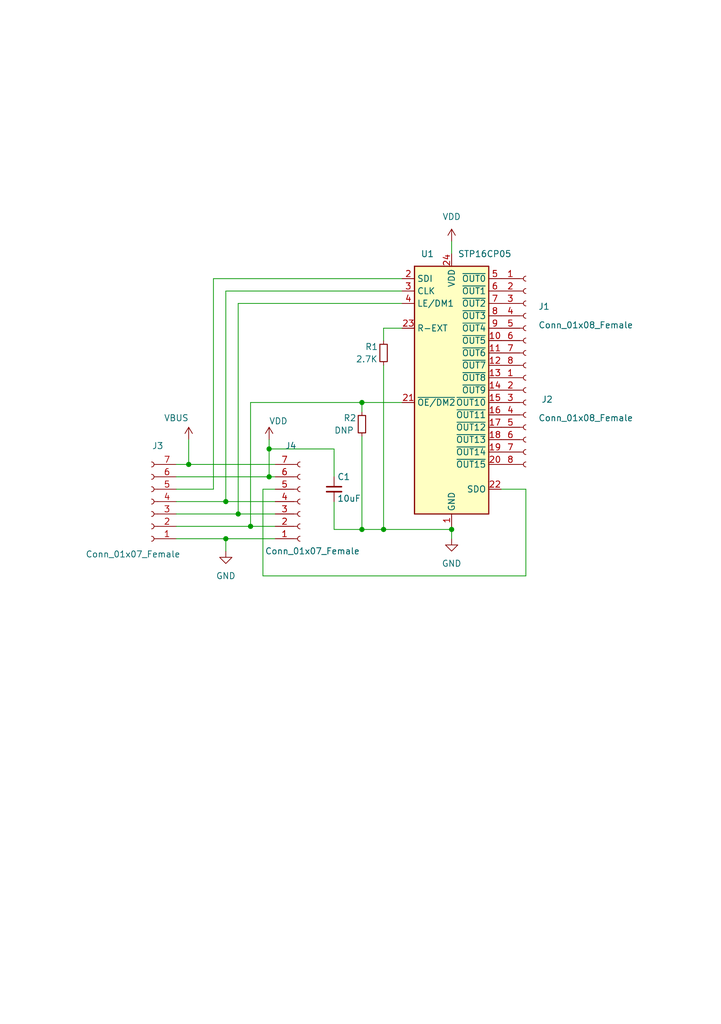
<source format=kicad_sch>
(kicad_sch (version 20231120) (generator "eeschema") (generator_version "8.0")
  (paper "A5" portrait)
  (title_block (title "LED Driver Board"))
  (lib_symbols
    (symbol "Connector:Conn_01x07_Female" (pin_names (offset 1.016) hide)
      (property "Reference" "J" (at 0 10.16 0))
      (property "Value" "Conn_01x07_Female" (at 0 -10.16 0))
      (symbol "Conn_01x07_Female_1_1"
        (arc (start 0 -7.112) (mid -0.5058 -7.62) (end 0 -8.128) (stroke (width 0.1524)))
        (arc (start 0 -4.572) (mid -0.5058 -5.08) (end 0 -5.588) (stroke (width 0.1524)))
        (arc (start 0 -2.032) (mid -0.5058 -2.54) (end 0 -3.048) (stroke (width 0.1524)))
        (polyline (pts (xy -1.27 -7.62) (xy -0.508 -7.62)) (stroke (width 0.1524)))
        (polyline (pts (xy -1.27 -5.08) (xy -0.508 -5.08)) (stroke (width 0.1524)))
        (polyline (pts (xy -1.27 -2.54) (xy -0.508 -2.54)) (stroke (width 0.1524)))
        (polyline (pts (xy -1.27 0) (xy -0.508 0)) (stroke (width 0.1524)))
        (polyline (pts (xy -1.27 2.54) (xy -0.508 2.54)) (stroke (width 0.1524)))
        (polyline (pts (xy -1.27 5.08) (xy -0.508 5.08)) (stroke (width 0.1524)))
        (polyline (pts (xy -1.27 7.62) (xy -0.508 7.62)) (stroke (width 0.1524)))
        (arc (start 0 0.508) (mid -0.5058 0) (end 0 -0.508) (stroke (width 0.1524)))
        (arc (start 0 3.048) (mid -0.5058 2.54) (end 0 2.032) (stroke (width 0.1524)))
        (arc (start 0 5.588) (mid -0.5058 5.08) (end 0 4.572) (stroke (width 0.1524)))
        (arc (start 0 8.128) (mid -0.5058 7.62) (end 0 7.112) (stroke (width 0.1524)))
        (pin passive line (at -5.08 7.62 0) (length 3.81) (name "Pin_1") (number "1"))
        (pin passive line (at -5.08 5.08 0) (length 3.81) (name "Pin_2") (number "2"))
        (pin passive line (at -5.08 2.54 0) (length 3.81) (name "Pin_3") (number "3"))
        (pin passive line (at -5.08 0 0) (length 3.81) (name "Pin_4") (number "4"))
        (pin passive line (at -5.08 -2.54 0) (length 3.81) (name "Pin_5") (number "5"))
        (pin passive line (at -5.08 -5.08 0) (length 3.81) (name "Pin_6") (number "6"))
        (pin passive line (at -5.08 -7.62 0) (length 3.81) (name "Pin_7") (number "7"))
      )
    )
    (symbol "Connector:Conn_01x08_Female" (pin_names (offset 1.016) hide)
      (property "Reference" "J" (at 0 10.16 0))
      (property "Value" "Conn_01x08_Female" (at 0 -12.7 0))
      (symbol "Conn_01x08_Female_1_1"
        (arc (start 0 -9.652) (mid -0.5058 -10.16) (end 0 -10.668) (stroke (width 0.1524)))
        (arc (start 0 -7.112) (mid -0.5058 -7.62) (end 0 -8.128) (stroke (width 0.1524)))
        (arc (start 0 -4.572) (mid -0.5058 -5.08) (end 0 -5.588) (stroke (width 0.1524)))
        (arc (start 0 -2.032) (mid -0.5058 -2.54) (end 0 -3.048) (stroke (width 0.1524)))
        (polyline (pts (xy -1.27 -10.16) (xy -0.508 -10.16)) (stroke (width 0.1524)))
        (polyline (pts (xy -1.27 -7.62) (xy -0.508 -7.62)) (stroke (width 0.1524)))
        (polyline (pts (xy -1.27 -5.08) (xy -0.508 -5.08)) (stroke (width 0.1524)))
        (polyline (pts (xy -1.27 -2.54) (xy -0.508 -2.54)) (stroke (width 0.1524)))
        (polyline (pts (xy -1.27 0) (xy -0.508 0)) (stroke (width 0.1524)))
        (polyline (pts (xy -1.27 2.54) (xy -0.508 2.54)) (stroke (width 0.1524)))
        (polyline (pts (xy -1.27 5.08) (xy -0.508 5.08)) (stroke (width 0.1524)))
        (polyline (pts (xy -1.27 7.62) (xy -0.508 7.62)) (stroke (width 0.1524)))
        (arc (start 0 0.508) (mid -0.5058 0) (end 0 -0.508) (stroke (width 0.1524)))
        (arc (start 0 3.048) (mid -0.5058 2.54) (end 0 2.032) (stroke (width 0.1524)))
        (arc (start 0 5.588) (mid -0.5058 5.08) (end 0 4.572) (stroke (width 0.1524)))
        (arc (start 0 8.128) (mid -0.5058 7.62) (end 0 7.112) (stroke (width 0.1524)))
        (pin passive line (at -5.08 7.62 0) (length 3.81) (name "Pin_1") (number "1"))
        (pin passive line (at -5.08 5.08 0) (length 3.81) (name "Pin_2") (number "2"))
        (pin passive line (at -5.08 2.54 0) (length 3.81) (name "Pin_3") (number "3"))
        (pin passive line (at -5.08 0 0) (length 3.81) (name "Pin_4") (number "4"))
        (pin passive line (at -5.08 -2.54 0) (length 3.81) (name "Pin_5") (number "5"))
        (pin passive line (at -5.08 -5.08 0) (length 3.81) (name "Pin_6") (number "6"))
        (pin passive line (at -5.08 -7.62 0) (length 3.81) (name "Pin_7") (number "7"))
        (pin passive line (at -5.08 -10.16 0) (length 3.81) (name "Pin_8") (number "8"))
      )
    )
    (symbol "Device:C_Small" (pin_numbers hide) (pin_names (offset 0.254) hide)
      (property "Reference" "C" (at 0.254 1.778 0))
      (property "Value" "C_Small" (at 0.254 -2.032 0))
      (symbol "C_Small_0_1"
        (polyline (pts (xy -1.524 -0.508) (xy 1.524 -0.508)) (stroke (width 0.3302)))
        (polyline (pts (xy -1.524 0.508) (xy 1.524 0.508)) (stroke (width 0.3048)))
      )
      (symbol "C_Small_1_1"
        (pin passive line (at 0 2.54 270) (length 2.032) (name "~") (number "1"))
        (pin passive line (at 0 -2.54 90) (length 2.032) (name "~") (number "2"))
      )
    )
    (symbol "Device:R_Small" (pin_numbers hide) (pin_names (offset 0.254) hide)
      (property "Reference" "R" (at 0.762 0.508 0))
      (property "Value" "R_Small" (at 0.762 -1.016 0))
      (symbol "R_Small_0_1"
        (rectangle (start -0.762 1.778) (end 0.762 -1.778) (stroke (width 0.2032)))
      )
      (symbol "R_Small_1_1"
        (pin passive line (at 0 2.54 270) (length 0.762) (name "~") (number "1"))
        (pin passive line (at 0 -2.54 90) (length 0.762) (name "~") (number "2"))
      )
    )
    (symbol "Driver_LED:STP16CP05"
      (property "Reference" "U" (at -7.62 26.67 0))
      (property "Value" "STP16CP05" (at 1.27 26.67 0))
      (symbol "STP16CP05_0_1"
        (rectangle (start -7.62 25.4) (end 7.62 -25.4) (stroke (width 0.254)) (fill (type background)))
      )
      (symbol "STP16CP05_1_1"
        (pin power_in line (at 0 -27.94 90) (length 2.54) (name "GND") (number "1"))
        (pin output line (at 10.16 10.16 180) (length 2.54) (name "~{OUT5}") (number "10"))
        (pin output line (at 10.16 7.62 180) (length 2.54) (name "~{OUT6}") (number "11"))
        (pin output line (at 10.16 5.08 180) (length 2.54) (name "~{OUT7}") (number "12"))
        (pin output line (at 10.16 2.54 180) (length 2.54) (name "~{OUT8}") (number "13"))
        (pin output line (at 10.16 0 180) (length 2.54) (name "~{OUT9}") (number "14"))
        (pin output line (at 10.16 -2.54 180) (length 2.54) (name "~{OUT10}") (number "15"))
        (pin output line (at 10.16 -5.08 180) (length 2.54) (name "~{OUT11}") (number "16"))
        (pin output line (at 10.16 -7.62 180) (length 2.54) (name "~{OUT12}") (number "17"))
        (pin output line (at 10.16 -10.16 180) (length 2.54) (name "~{OUT13}") (number "18"))
        (pin output line (at 10.16 -12.7 180) (length 2.54) (name "~{OUT14}") (number "19"))
        (pin input line (at -10.16 22.86 0) (length 2.54) (name "SDI") (number "2"))
        (pin output line (at 10.16 -15.24 180) (length 2.54) (name "~{OUT15}") (number "20"))
        (pin input line (at -10.16 -2.54 0) (length 2.54) (name "~{OE/DM2}") (number "21"))
        (pin output line (at 10.16 -20.32 180) (length 2.54) (name "SDO") (number "22"))
        (pin passive line (at -10.16 12.7 0) (length 2.54) (name "R-EXT") (number "23"))
        (pin power_in line (at 0 27.94 270) (length 2.54) (name "VDD") (number "24"))
        (pin input line (at -10.16 20.32 0) (length 2.54) (name "CLK") (number "3"))
        (pin input line (at -10.16 17.78 0) (length 2.54) (name "LE/DM1") (number "4"))
        (pin output line (at 10.16 22.86 180) (length 2.54) (name "~{OUT0}") (number "5"))
        (pin output line (at 10.16 20.32 180) (length 2.54) (name "~{OUT1}") (number "6"))
        (pin output line (at 10.16 17.78 180) (length 2.54) (name "~{OUT2}") (number "7"))
        (pin output line (at 10.16 15.24 180) (length 2.54) (name "~{OUT3}") (number "8"))
        (pin output line (at 10.16 12.7 180) (length 2.54) (name "~{OUT4}") (number "9"))
      )
    )
    (symbol "power:GND" (power) (pin_names (offset 0))
      (property "Value" "GND" (at 0 -3.81 0))
      (symbol "GND_0_1"
        (polyline (pts (xy 0 0) (xy 0 -1.27) (xy 1.27 -1.27) (xy 0 -2.54) (xy -1.27 -1.27) (xy 0 -1.27)))
      )
      (symbol "GND_1_1"
        (pin power_in line (at 0 0 270) (length 0) hide (name "GND") (number "1"))
      )
    )
    (symbol "power:VBUS" (power) (pin_names (offset 0))
      (property "Value" "VBUS" (at 0 3.81 0))
      (symbol "VBUS_0_1"
        (polyline (pts (xy -0.762 1.27) (xy 0 2.54)))
        (polyline (pts (xy 0 0) (xy 0 2.54)))
        (polyline (pts (xy 0 2.54) (xy 0.762 1.27)))
      )
      (symbol "VBUS_1_1"
        (pin power_in line (at 0 0 90) (length 0) hide (name "VBUS") (number "1"))
      )
    )
    (symbol "power:VDD" (power) (pin_names (offset 0))
      (property "Value" "VDD" (at 0 3.81 0))
      (symbol "VDD_0_1"
        (polyline (pts (xy -0.762 1.27) (xy 0 2.54)))
        (polyline (pts (xy 0 0) (xy 0 2.54)))
        (polyline (pts (xy 0 2.54) (xy 0.762 1.27)))
      )
      (symbol "VDD_1_1"
        (pin power_in line (at 0 0 90) (length 0) hide (name "VDD") (number "1"))
      )
    )
  )
  (junction (at 51.435 107.95))
  (junction (at 38.735 95.25))
  (junction (at 55.245 97.79))
  (junction (at 92.71 108.585))
  (junction (at 48.895 105.41))
  (junction (at 78.74 108.585))
  (junction (at 55.245 92.075))
  (junction (at 74.295 108.585))
  (junction (at 46.355 102.87))
  (junction (at 46.355 110.49))
  (junction (at 74.295 82.55))
  (wire (pts (xy 78.74 108.585) (xy 92.71 108.585)))
  (wire (pts (xy 43.815 57.15) (xy 43.815 100.33)))
  (wire (pts (xy 82.55 59.69) (xy 46.355 59.69)))
  (wire (pts (xy 107.95 100.33) (xy 102.87 100.33)))
  (wire (pts (xy 56.515 100.33) (xy 53.975 100.33)))
  (wire (pts (xy 92.71 108.585) (xy 92.71 107.95)))
  (wire (pts (xy 36.195 102.87) (xy 46.355 102.87)))
  (wire (pts (xy 55.245 92.075) (xy 55.245 97.79)))
  (wire (pts (xy 46.355 59.69) (xy 46.355 102.87)))
  (wire (pts (xy 78.74 69.85) (xy 78.74 67.31)))
  (wire (pts (xy 68.58 108.585) (xy 74.295 108.585)))
  (wire (pts (xy 92.71 49.53) (xy 92.71 52.07)))
  (wire (pts (xy 78.74 67.31) (xy 82.55 67.31)))
  (wire (pts (xy 36.195 100.33) (xy 43.815 100.33)))
  (wire (pts (xy 36.195 105.41) (xy 48.895 105.41)))
  (wire (pts (xy 68.58 97.79) (xy 68.58 92.075)))
  (wire (pts (xy 55.245 90.17) (xy 55.245 92.075)))
  (wire (pts (xy 51.435 82.55) (xy 51.435 107.95)))
  (wire (pts (xy 92.71 110.49) (xy 92.71 108.585)))
  (wire (pts (xy 74.295 82.55) (xy 74.295 84.455)))
  (wire (pts (xy 43.815 57.15) (xy 82.55 57.15)))
  (wire (pts (xy 38.735 90.17) (xy 38.735 95.25)))
  (wire (pts (xy 74.295 82.55) (xy 51.435 82.55)))
  (wire (pts (xy 78.74 74.93) (xy 78.74 108.585)))
  (wire (pts (xy 36.195 110.49) (xy 46.355 110.49)))
  (wire (pts (xy 107.95 118.11) (xy 107.95 100.33)))
  (wire (pts (xy 48.895 62.23) (xy 48.895 105.41)))
  (wire (pts (xy 46.355 110.49) (xy 56.515 110.49)))
  (wire (pts (xy 36.195 107.95) (xy 51.435 107.95)))
  (wire (pts (xy 53.975 100.33) (xy 53.975 118.11)))
  (wire (pts (xy 36.195 97.79) (xy 55.245 97.79)))
  (wire (pts (xy 55.245 97.79) (xy 56.515 97.79)))
  (wire (pts (xy 74.295 108.585) (xy 78.74 108.585)))
  (wire (pts (xy 74.295 89.535) (xy 74.295 108.585)))
  (wire (pts (xy 82.55 82.55) (xy 74.295 82.55)))
  (wire (pts (xy 38.735 95.25) (xy 56.515 95.25)))
  (wire (pts (xy 68.58 92.075) (xy 55.245 92.075)))
  (wire (pts (xy 46.355 110.49) (xy 46.355 113.03)))
  (wire (pts (xy 36.195 95.25) (xy 38.735 95.25)))
  (wire (pts (xy 48.895 105.41) (xy 56.515 105.41)))
  (wire (pts (xy 82.55 62.23) (xy 48.895 62.23)))
  (wire (pts (xy 68.58 102.87) (xy 68.58 108.585)))
  (wire (pts (xy 46.355 102.87) (xy 56.515 102.87)))
  (wire (pts (xy 51.435 107.95) (xy 56.515 107.95)))
  (wire (pts (xy 53.975 118.11) (xy 107.95 118.11)))
  (symbol (lib_id "power:VBUS") (at 38.735 90.17 0) (unit 1)
    (property "Reference" "#PWR0104" (effects (hide yes)))
    (property "Value" "VBUS" (at 36.195 85.725 0))
  )
  (symbol (lib_id "Device:R_Small") (at 78.74 72.39 180) (unit 1)
    (property "Reference" "R1" (at 74.93 71.12 0) (effects (justify right)))
    (property "Value" "2.7K" (at 73.025 73.66 0) (effects (justify right)))
    (property "Footprint" "Resistor_SMD:R_0603_1608Metric" (effects (hide yes)))
  )
  (symbol (lib_id "power:GND") (at 92.71 110.49 0) (unit 1)
    (property "Reference" "#PWR0103" (effects (hide yes)))
    (property "Value" "GND" (at 92.71 115.57 0))
  )
  (symbol (lib_id "Driver_LED:STP16CP05") (at 92.71 80.01 0) (unit 1)
    (property "Reference" "U1" (at 86.36 52.07 0) (effects (justify left)))
    (property "Value" "STP16CP05" (at 93.98 52.07 0) (effects (justify left)))
    (property "Footprint" "Package_SO:QSOP-24_3.9x8.7mm_P0.635mm" (effects (hide yes)))
    (property "Datasheet" "https://www.st.com/resource/en/datasheet/stp16cp05.pdf" (effects (hide yes)))
  )
  (symbol (lib_id "Connector:Conn_01x07_Female") (at 61.595 102.87 0) (mirror x) (unit 1)
    (property "Reference" "J4" (at 59.69 91.44 0))
    (property "Value" "Conn_01x07_Female" (at 64.135 113.03 0))
    (property "Footprint" "Connector_PinSocket_2.54mm:PinSocket_1x07_P2.54mm_Vertical" (effects (hide yes)))
  )
  (symbol (lib_id "Connector:Conn_01x07_Female") (at 31.115 102.87 180) (unit 1)
    (property "Reference" "J3" (at 32.385 91.44 0))
    (property "Value" "Conn_01x07_Female" (at 27.305 113.665 0))
    (property "Footprint" "Connector_PinSocket_2.54mm:PinSocket_1x07_P2.54mm_Vertical" (effects (hide yes)))
  )
  (symbol (lib_id "power:VDD") (at 55.245 90.17 0) (unit 1)
    (property "Reference" "#PWR0102" (effects (hide yes)))
    (property "Value" "VDD" (at 57.15 86.36 0))
  )
  (symbol (lib_id "Device:C_Small") (at 68.58 100.33 0) (unit 1)
    (property "Reference" "C1" (at 69.215 97.79 0) (effects (justify left)))
    (property "Value" "10uF" (at 69.215 102.235 0) (effects (justify left)))
    (property "Footprint" "Capacitor_SMD:C_0603_1608Metric" (effects (hide yes)))
  )
  (symbol (lib_id "Connector:Conn_01x08_Female") (at 107.95 64.77 0) (unit 1)
    (property "Reference" "J1" (at 110.49 62.865 0) (effects (justify left)))
    (property "Value" "Conn_01x08_Female" (at 110.49 66.675 0) (effects (justify left)))
    (property "Footprint" "Connector_PinSocket_2.54mm:PinSocket_1x08_P2.54mm_Vertical" (effects (hide yes)))
  )
  (symbol (lib_id "power:VDD") (at 92.71 49.53 0) (unit 1)
    (property "Reference" "#PWR0101" (effects (hide yes)))
    (property "Value" "VDD" (at 92.71 44.45 0))
  )
  (symbol (lib_id "power:GND") (at 46.355 113.03 0) (unit 1)
    (property "Reference" "#PWR0105" (effects (hide yes)))
    (property "Value" "GND" (at 46.355 118.11 0))
  )
  (symbol (lib_id "Device:R_Small") (at 74.295 86.995 180) (unit 1)
    (property "Reference" "R2" (at 70.485 85.725 0) (effects (justify right)))
    (property "Value" "DNP" (at 68.58 88.265 0) (effects (justify right)))
    (property "Footprint" "Resistor_SMD:R_0603_1608Metric" (effects (hide yes)))
  )
  (symbol (lib_id "Connector:Conn_01x08_Female") (at 107.95 85.09 0) (unit 1)
    (property "Reference" "J2" (at 111.125 81.915 0) (effects (justify left)))
    (property "Value" "Conn_01x08_Female" (at 110.49 85.725 0) (effects (justify left)))
    (property "Footprint" "Connector_PinSocket_2.54mm:PinSocket_1x08_P2.54mm_Vertical" (effects (hide yes)))
  )
)
</source>
